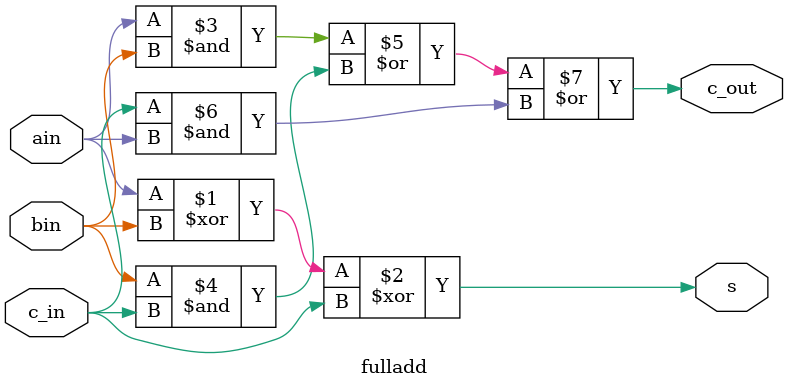
<source format=v>
module multiplier 
    # (parameter N=4)
    (
        A,
        B,
        out,
    );

    localparam M = 2 * N;

    input [N-1: 0] A;
    input [N-1: 0] B;


    output [M-1: 0] out;
    wire cout1, cout2;
    wire [N-1:0] par1;
    wire [N-1:0] par2;
    wire [N-1:0] par3;
    wire c_out;

    /*
          1010
          1011
         01010 ----------->
         1010
        ------
par1    01111 --------->
        0000
       -------
        0111 ------->
       1010
       -----
       1101 
    */
    fulladder_4bit fa1({1'b0, {N-1{B[0]}} & A[N-1:1]}, {N{B[1]}} &  A, 1'b0, cout1, par1);
    fulladder_4bit fa2(       {cout1, par1[N-1:1]},    {N{B[2]}} &  A, 1'b0,  cout2, par2);
    fulladder_4bit fa3(       {cout2, par2[N-1:1]},    {N{B[3]}} &  A, 1'b0,  c_out, par3);

    assign out[0] = B[0] & A[0];
    assign out[1] = par1[0];
    assign out[2] = par2[0];
    assign out[N+2:3] = par3;
    assign out[M-1] = c_out;
     
endmodule

module fulladder_4bit(a, b, cin, cout, sum);
//input output port declarations
   output [3:0] sum;
   output cout;
   input [3:0] a, b;
   input cin;
   wire c1, c2, c3;
// Instantiate four 1-bit full adders
   fulladd f0 (sum[0], c1, a[0], b[0], cin);
   fulladd f1 (sum[1], c2, a[1], b[1], c1);
   fulladd f2 (sum[2], c3, a[2], b[2], c2);
   fulladd f3 (sum[3], cout, a[3], b[3], c3);
endmodule

module fulladd(s, c_out, ain, bin, c_in);
   output s, c_out;
   input ain, bin, c_in;
   assign s = (ain^bin)^c_in; // sum bit
   assign c_out = (ain & bin) | (bin & c_in) | (c_in & ain); //carry bit
endmodule

</source>
